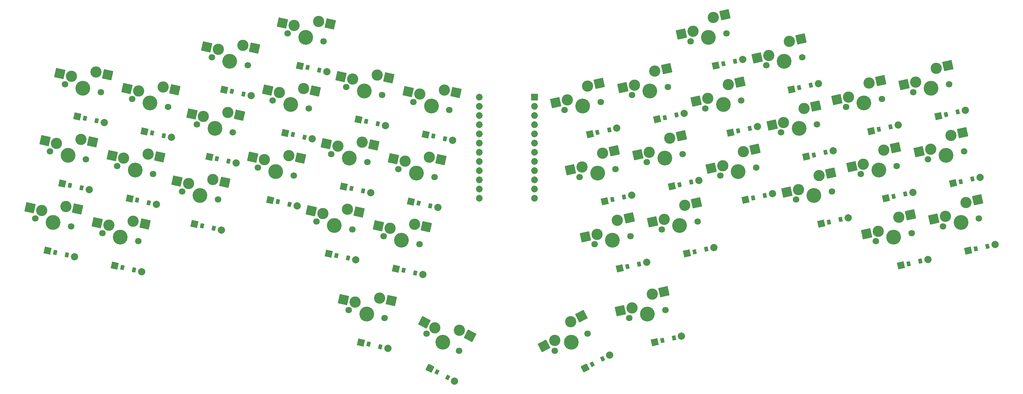
<source format=gbr>
%TF.GenerationSoftware,KiCad,Pcbnew,8.0.7*%
%TF.CreationDate,2025-03-02T16:24:29+01:00*%
%TF.ProjectId,pcb-adjusted,7063622d-6164-46a7-9573-7465642e6b69,v1.0.0*%
%TF.SameCoordinates,Original*%
%TF.FileFunction,Soldermask,Bot*%
%TF.FilePolarity,Negative*%
%FSLAX46Y46*%
G04 Gerber Fmt 4.6, Leading zero omitted, Abs format (unit mm)*
G04 Created by KiCad (PCBNEW 8.0.7) date 2025-03-02 16:24:29*
%MOMM*%
%LPD*%
G01*
G04 APERTURE LIST*
G04 Aperture macros list*
%AMRoundRect*
0 Rectangle with rounded corners*
0 $1 Rounding radius*
0 $2 $3 $4 $5 $6 $7 $8 $9 X,Y pos of 4 corners*
0 Add a 4 corners polygon primitive as box body*
4,1,4,$2,$3,$4,$5,$6,$7,$8,$9,$2,$3,0*
0 Add four circle primitives for the rounded corners*
1,1,$1+$1,$2,$3*
1,1,$1+$1,$4,$5*
1,1,$1+$1,$6,$7*
1,1,$1+$1,$8,$9*
0 Add four rect primitives between the rounded corners*
20,1,$1+$1,$2,$3,$4,$5,0*
20,1,$1+$1,$4,$5,$6,$7,0*
20,1,$1+$1,$6,$7,$8,$9,0*
20,1,$1+$1,$8,$9,$2,$3,0*%
G04 Aperture macros list end*
%ADD10RoundRect,0.050000X-0.675512X-1.060342X1.060342X-0.675512X0.675512X1.060342X-1.060342X0.675512X0*%
%ADD11RoundRect,0.050000X-0.309469X-0.683175X0.569197X-0.488380X0.309469X0.683175X-0.569197X0.488380X0*%
%ADD12C,2.005000*%
%ADD13C,1.801800*%
%ADD14C,3.100000*%
%ADD15C,4.087800*%
%ADD16RoundRect,0.050000X-0.974228X-1.496331X1.515327X-0.944410X0.974228X1.496331X-1.515327X0.944410X0*%
%ADD17RoundRect,0.050000X-1.515327X-0.944410X0.974228X-1.496331X1.515327X0.944410X-0.974228X1.496331X0*%
%ADD18RoundRect,0.050000X-1.060342X-0.675512X0.675512X-1.060342X1.060342X0.675512X-0.675512X1.060342X0*%
%ADD19RoundRect,0.050000X-0.569197X-0.488380X0.309469X-0.683175X0.569197X0.488380X-0.309469X0.683175X0*%
%ADD20RoundRect,0.050000X-0.553753X-1.697493X1.708125X-0.520034X0.553753X1.697493X-1.708125X0.520034X0*%
%ADD21RoundRect,0.050000X-1.199047X-0.378058X0.378058X-1.199047X1.199047X0.378058X-0.378058X1.199047X0*%
%ADD22RoundRect,0.050000X-0.676204X-0.324420X0.122106X-0.739993X0.676204X0.324420X-0.122106X0.739993X0*%
%ADD23RoundRect,0.050000X-1.708125X-0.520034X0.553753X-1.697493X1.708125X0.520034X-0.553753X1.697493X0*%
%ADD24RoundRect,0.050000X-0.378058X-1.199047X1.199047X-0.378058X0.378058X1.199047X-1.199047X0.378058X0*%
%ADD25RoundRect,0.050000X-0.122106X-0.739993X0.676204X-0.324420X0.122106X0.739993X-0.676204X0.324420X0*%
%ADD26RoundRect,0.050000X-0.876300X0.876300X-0.876300X-0.876300X0.876300X-0.876300X0.876300X0.876300X0*%
%ADD27C,1.852600*%
G04 APERTURE END LIST*
D10*
%TO.C,D22*%
X332084436Y-142508981D03*
D11*
X334193235Y-142041466D03*
X337415011Y-141327220D03*
D12*
X339523810Y-140859705D03*
%TD*%
D10*
%TO.C,D23*%
X327972079Y-123959353D03*
D11*
X330080878Y-123491838D03*
X333302654Y-122777592D03*
D12*
X335411453Y-122310077D03*
%TD*%
D13*
%TO.C,S38*%
X224808365Y-122229512D03*
D14*
X225498508Y-119474842D03*
D15*
X229767952Y-121129999D03*
D14*
X231148232Y-115620657D03*
D13*
X234727539Y-120030486D03*
D16*
X222301137Y-120183682D03*
X234371958Y-114905975D03*
%TD*%
D13*
%TO.C,S9*%
X127384200Y-107693426D03*
D14*
X129173852Y-105488512D03*
D15*
X132343783Y-108792939D03*
D14*
X135923090Y-104383112D03*
D13*
X137303366Y-109892452D03*
D17*
X125976481Y-104779672D03*
X139146818Y-105097798D03*
%TD*%
D13*
%TO.C,S2*%
X82709568Y-133639090D03*
D14*
X84499220Y-131434176D03*
D15*
X87669151Y-134738603D03*
D14*
X91248458Y-130328776D03*
D13*
X92628734Y-135838116D03*
D17*
X81301849Y-130725336D03*
X94472186Y-131043462D03*
%TD*%
D10*
%TO.C,D28*%
X291522163Y-135112955D03*
D11*
X293630962Y-134645440D03*
X296852738Y-133931194D03*
D12*
X298961537Y-133463679D03*
%TD*%
D13*
%TO.C,S18*%
X183033071Y-120030482D03*
D14*
X184822723Y-117825568D03*
D15*
X187992654Y-121129995D03*
D14*
X191571961Y-116720168D03*
D13*
X192952237Y-122229508D03*
D17*
X181625352Y-117116728D03*
X194795689Y-117434854D03*
%TD*%
D18*
%TO.C,D10*%
X143503515Y-147116784D03*
D19*
X145612317Y-147584290D03*
X148834091Y-148298544D03*
D12*
X150942893Y-148766050D03*
%TD*%
D13*
%TO.C,S30*%
X267751478Y-140364797D03*
D14*
X268441621Y-137610127D03*
D15*
X272711065Y-139265284D03*
D14*
X274091345Y-133755942D03*
D13*
X277670652Y-138165771D03*
D16*
X265244250Y-138318967D03*
X277315071Y-133041260D03*
%TD*%
D13*
%TO.C,S7*%
X119159497Y-144792682D03*
D14*
X120949149Y-142587768D03*
D15*
X124119080Y-145892195D03*
D14*
X127698387Y-141482368D03*
D13*
X129078663Y-146991708D03*
D17*
X117751778Y-141878928D03*
X130922115Y-142197054D03*
%TD*%
D13*
%TO.C,S6*%
X105371543Y-119201803D03*
D14*
X107161195Y-116996889D03*
D15*
X110331126Y-120301316D03*
D14*
X113910433Y-115891489D03*
D13*
X115290709Y-121400829D03*
D17*
X103963824Y-116288049D03*
X117134161Y-116606175D03*
%TD*%
D18*
%TO.C,D3*%
X90235479Y-124040471D03*
D19*
X92344281Y-124507977D03*
X95566055Y-125222231D03*
D12*
X97674857Y-125689737D03*
%TD*%
D13*
%TO.C,S25*%
X306582237Y-139950463D03*
D14*
X307272380Y-137195793D03*
D15*
X311541824Y-138850950D03*
D14*
X312922104Y-133341608D03*
D13*
X316501411Y-137751437D03*
D16*
X304075009Y-137904633D03*
X316145830Y-132626926D03*
%TD*%
D13*
%TO.C,S34*%
X247470336Y-136666774D03*
D14*
X248160479Y-133912104D03*
D15*
X252429923Y-135567261D03*
D14*
X253810203Y-130057919D03*
D13*
X257389510Y-134467748D03*
D16*
X244963108Y-134620944D03*
X257033929Y-129343237D03*
%TD*%
D10*
%TO.C,D24*%
X317647160Y-165170952D03*
D11*
X319755959Y-164703437D03*
X322977735Y-163989191D03*
D12*
X325086534Y-163521676D03*
%TD*%
D18*
%TO.C,D1*%
X82010778Y-161139712D03*
D19*
X84119580Y-161607218D03*
X87341354Y-162321472D03*
D12*
X89450156Y-162788978D03*
%TD*%
D13*
%TO.C,S19*%
X165165220Y-177526054D03*
D14*
X166954872Y-175321140D03*
D15*
X170124803Y-178625567D03*
D14*
X173704110Y-174215740D03*
D13*
X175084386Y-179725080D03*
D17*
X163757501Y-174612300D03*
X176927838Y-174930426D03*
%TD*%
D18*
%TO.C,D13*%
X159672304Y-161968394D03*
D19*
X161781106Y-162435900D03*
X165002880Y-163150154D03*
D12*
X167111682Y-163617660D03*
%TD*%
D13*
%TO.C,S10*%
X140089950Y-138165768D03*
D14*
X141879602Y-135960854D03*
D15*
X145049533Y-139265281D03*
D14*
X148628840Y-134855454D03*
D13*
X150009116Y-140364794D03*
D17*
X138682231Y-135252014D03*
X151852568Y-135570140D03*
%TD*%
D18*
%TO.C,D17*%
X182334279Y-147531124D03*
D19*
X184443081Y-147998630D03*
X187664855Y-148712884D03*
D12*
X189773657Y-149180390D03*
%TD*%
D13*
%TO.C,S16*%
X174808364Y-157129733D03*
D14*
X176598016Y-154924819D03*
D15*
X179767947Y-158229246D03*
D14*
X183347254Y-153819419D03*
D13*
X184727530Y-159328759D03*
D17*
X173400645Y-154215979D03*
X186570982Y-154534105D03*
%TD*%
D13*
%TO.C,S40*%
X222088277Y-188768637D03*
D14*
X222041938Y-185929209D03*
D15*
X226594291Y-186422954D03*
D14*
X226501618Y-180744097D03*
D13*
X231100305Y-184077271D03*
D20*
X219136977Y-187441435D03*
X229430525Y-179219403D03*
%TD*%
D18*
%TO.C,D2*%
X86123124Y-142590099D03*
D19*
X88231926Y-143057605D03*
X91453700Y-143771859D03*
D12*
X93562502Y-144239365D03*
%TD*%
D10*
%TO.C,D33*%
X258535249Y-161887276D03*
D11*
X260644048Y-161419761D03*
X263865824Y-160705515D03*
D12*
X265974623Y-160238000D03*
%TD*%
D13*
%TO.C,S13*%
X156258739Y-153017377D03*
D14*
X158048391Y-150812463D03*
D15*
X161218322Y-154116890D03*
D14*
X164797629Y-149707063D03*
D13*
X166177905Y-155216403D03*
D17*
X154851020Y-150103623D03*
X168021357Y-150421749D03*
%TD*%
D21*
%TO.C,D20*%
X187640858Y-193606774D03*
D22*
X189556802Y-194604151D03*
X192483934Y-196127919D03*
D12*
X194399878Y-197125296D03*
%TD*%
D13*
%TO.C,S35*%
X243357990Y-118117154D03*
D14*
X244048133Y-115362484D03*
D15*
X248317577Y-117017641D03*
D14*
X249697857Y-111508299D03*
D13*
X253277164Y-115918128D03*
D16*
X240850762Y-116071324D03*
X252921583Y-110793617D03*
%TD*%
D13*
%TO.C,S31*%
X263639127Y-121815178D03*
D14*
X264329270Y-119060508D03*
D15*
X268598714Y-120715665D03*
D14*
X269978994Y-115206323D03*
D13*
X273558301Y-119616152D03*
D16*
X261131899Y-119769348D03*
X273202720Y-114491641D03*
%TD*%
D13*
%TO.C,S29*%
X280457231Y-109892456D03*
D14*
X281147374Y-107137786D03*
D15*
X285416818Y-108792943D03*
D14*
X286797098Y-103283601D03*
D13*
X290376405Y-107693430D03*
D16*
X277950003Y-107846626D03*
X290020824Y-102568919D03*
%TD*%
D10*
%TO.C,D27*%
X295634508Y-153662575D03*
D11*
X297743307Y-153195060D03*
X300965083Y-152480814D03*
D12*
X303073882Y-152013299D03*
%TD*%
D18*
%TO.C,D11*%
X147615870Y-128567155D03*
D19*
X149724672Y-129034661D03*
X152946446Y-129748915D03*
D12*
X155055248Y-130216421D03*
%TD*%
D10*
%TO.C,D32*%
X266479345Y-109936423D03*
D11*
X268588144Y-109468908D03*
X271809920Y-108754662D03*
D12*
X273918719Y-108287147D03*
%TD*%
D10*
%TO.C,D38*%
X231760927Y-128900375D03*
D11*
X233869726Y-128432860D03*
X237091502Y-127718614D03*
D12*
X239200301Y-127251099D03*
%TD*%
D13*
%TO.C,S28*%
X284569591Y-128442070D03*
D14*
X285259734Y-125687400D03*
D15*
X289529178Y-127342557D03*
D14*
X290909458Y-121833215D03*
D13*
X294488765Y-126243044D03*
D16*
X282062363Y-126396240D03*
X294133184Y-121118533D03*
%TD*%
D18*
%TO.C,D12*%
X151728215Y-110017534D03*
D19*
X153837017Y-110485040D03*
X157058791Y-111199294D03*
D12*
X159167593Y-111666800D03*
%TD*%
D13*
%TO.C,S37*%
X228920717Y-140779140D03*
D14*
X229610860Y-138024470D03*
D15*
X233880304Y-139679627D03*
D14*
X235260584Y-134170285D03*
D13*
X238839891Y-138580114D03*
D16*
X226413489Y-138733310D03*
X238484310Y-133455603D03*
%TD*%
D10*
%TO.C,D26*%
X309422452Y-128071708D03*
D11*
X311531251Y-127604193D03*
X314753027Y-126889947D03*
D12*
X316861826Y-126422432D03*
%TD*%
D18*
%TO.C,D7*%
X122573052Y-153743683D03*
D19*
X124681854Y-154211189D03*
X127903628Y-154925443D03*
D12*
X130012430Y-155392949D03*
%TD*%
D18*
%TO.C,D8*%
X126685411Y-135194064D03*
D19*
X128794213Y-135661570D03*
X132015987Y-136375824D03*
D12*
X134124789Y-136843330D03*
%TD*%
D13*
%TO.C,S21*%
X329244221Y-154387731D03*
D14*
X329934364Y-151633061D03*
D15*
X334203808Y-153288218D03*
D14*
X335584088Y-147778876D03*
D13*
X339163395Y-152188705D03*
D16*
X326736993Y-152341901D03*
X338807814Y-147064194D03*
%TD*%
D13*
%TO.C,S15*%
X164483445Y-115918128D03*
D14*
X166273097Y-113713214D03*
D15*
X169443028Y-117017641D03*
D14*
X173022335Y-112607814D03*
D13*
X174402611Y-118117154D03*
D17*
X163075726Y-113004374D03*
X176246063Y-113322500D03*
%TD*%
D10*
%TO.C,D37*%
X235873284Y-147450012D03*
D11*
X237982083Y-146982497D03*
X241203859Y-146268251D03*
D12*
X243312658Y-145800736D03*
%TD*%
D10*
%TO.C,D34*%
X254422902Y-143337650D03*
D11*
X256531701Y-142870135D03*
X259753477Y-142155889D03*
D12*
X261862276Y-141688374D03*
%TD*%
D18*
%TO.C,D16*%
X178221930Y-166080742D03*
D19*
X180330732Y-166548248D03*
X183552506Y-167262502D03*
D12*
X185661308Y-167730008D03*
%TD*%
D18*
%TO.C,D18*%
X186446633Y-128981494D03*
D19*
X188555435Y-129449000D03*
X191777209Y-130163254D03*
D12*
X193886011Y-130630760D03*
%TD*%
D13*
%TO.C,S32*%
X259526772Y-103265548D03*
D14*
X260216915Y-100510878D03*
D15*
X264486359Y-102166035D03*
D14*
X265866639Y-96656693D03*
D13*
X269445946Y-101066522D03*
D16*
X257019544Y-101219718D03*
X269090365Y-95942011D03*
%TD*%
D13*
%TO.C,S20*%
X186660305Y-184077269D03*
D14*
X188959650Y-182410682D03*
D15*
X191166320Y-186422951D03*
D14*
X195765009Y-183089777D03*
D13*
X195672335Y-188768633D03*
D23*
X186054692Y-180898450D03*
X198693921Y-184614473D03*
%TD*%
D10*
%TO.C,D21*%
X336196778Y-161058606D03*
D11*
X338305577Y-160591091D03*
X341527353Y-159876845D03*
D12*
X343636152Y-159409330D03*
%TD*%
D10*
%TO.C,D39*%
X249628779Y-186395939D03*
D11*
X251737578Y-185928424D03*
X254959354Y-185214178D03*
D12*
X257068153Y-184746663D03*
%TD*%
D13*
%TO.C,S26*%
X302469894Y-121400840D03*
D14*
X303160037Y-118646170D03*
D15*
X307429481Y-120301327D03*
D14*
X308809761Y-114791985D03*
D13*
X312389068Y-119201814D03*
D16*
X299962666Y-119355010D03*
X312033487Y-114077303D03*
%TD*%
D13*
%TO.C,S22*%
X325131869Y-135838107D03*
D14*
X325822012Y-133083437D03*
D15*
X330091456Y-134738594D03*
D14*
X331471736Y-129229252D03*
D13*
X335051043Y-133639081D03*
D16*
X322624641Y-133792277D03*
X334695462Y-128514570D03*
%TD*%
D13*
%TO.C,S11*%
X144202308Y-119616151D03*
D14*
X145991960Y-117411237D03*
D15*
X149161891Y-120715664D03*
D14*
X152741198Y-116305837D03*
D13*
X154121474Y-121815177D03*
D17*
X142794589Y-116702397D03*
X155964926Y-117020523D03*
%TD*%
D13*
%TO.C,S1*%
X78597217Y-152188703D03*
D14*
X80386869Y-149983789D03*
D15*
X83556800Y-153288216D03*
D14*
X87136107Y-148878389D03*
D13*
X88516383Y-154387729D03*
D17*
X77189498Y-149274949D03*
X90359835Y-149593075D03*
%TD*%
D18*
%TO.C,D9*%
X130797762Y-116644433D03*
D19*
X132906564Y-117111939D03*
X136128338Y-117826193D03*
D12*
X138237140Y-118293699D03*
%TD*%
D13*
%TO.C,S27*%
X288681935Y-146991705D03*
D14*
X289372078Y-144237035D03*
D15*
X293641522Y-145892192D03*
D14*
X295021802Y-140382850D03*
D13*
X298601109Y-144792679D03*
D16*
X286174707Y-144945875D03*
X298245528Y-139668168D03*
%TD*%
D18*
%TO.C,D15*%
X167897010Y-124869139D03*
D19*
X170005812Y-125336645D03*
X173227586Y-126050899D03*
D12*
X175336388Y-126518405D03*
%TD*%
D13*
%TO.C,S12*%
X148314654Y-101066517D03*
D14*
X150104306Y-98861603D03*
D15*
X153274237Y-102166030D03*
D14*
X156853544Y-97756203D03*
D13*
X158233820Y-103265543D03*
D17*
X146906935Y-98152763D03*
X160077272Y-98470889D03*
%TD*%
D18*
%TO.C,D4*%
X100560393Y-165252068D03*
D19*
X102669195Y-165719574D03*
X105890969Y-166433828D03*
D12*
X107999771Y-166901334D03*
%TD*%
D10*
%TO.C,D35*%
X250310559Y-124788028D03*
D11*
X252419358Y-124320513D03*
X255641134Y-123606267D03*
D12*
X257749933Y-123138752D03*
%TD*%
D24*
%TO.C,D40*%
X230452824Y-193520260D03*
D25*
X232368768Y-192522883D03*
X235295900Y-190999115D03*
D12*
X237211844Y-190001738D03*
%TD*%
D13*
%TO.C,S33*%
X251582691Y-155216411D03*
D14*
X252272834Y-152461741D03*
D15*
X256542278Y-154116898D03*
D14*
X257922558Y-148607556D03*
D13*
X261501865Y-153017385D03*
D16*
X249075463Y-153170581D03*
X261146284Y-147892874D03*
%TD*%
D13*
%TO.C,S8*%
X123271845Y-126243040D03*
D14*
X125061497Y-124038126D03*
D15*
X128231428Y-127342553D03*
D14*
X131810735Y-122932726D03*
D13*
X133191011Y-128442066D03*
D17*
X121864126Y-123329286D03*
X135034463Y-123647412D03*
%TD*%
D18*
%TO.C,D6*%
X108785106Y-128152817D03*
D19*
X110893908Y-128620323D03*
X114115682Y-129334577D03*
D12*
X116224484Y-129802083D03*
%TD*%
D18*
%TO.C,D19*%
X168578765Y-186477048D03*
D19*
X170687567Y-186944554D03*
X173909341Y-187658808D03*
D12*
X176018143Y-188126314D03*
%TD*%
D13*
%TO.C,S4*%
X97146829Y-156301058D03*
D14*
X98936481Y-154096144D03*
D15*
X102106412Y-157400571D03*
D14*
X105685719Y-152990744D03*
D13*
X107065995Y-158500084D03*
D17*
X95739110Y-153387304D03*
X108909447Y-153705430D03*
%TD*%
D18*
%TO.C,D5*%
X104672742Y-146702438D03*
D19*
X106781544Y-147169944D03*
X110003318Y-147884198D03*
D12*
X112112120Y-148351704D03*
%TD*%
D13*
%TO.C,S17*%
X178920716Y-138580102D03*
D14*
X180710368Y-136375188D03*
D15*
X183880299Y-139679615D03*
D14*
X187459606Y-135269788D03*
D13*
X188839882Y-140779128D03*
D17*
X177512997Y-135666348D03*
X190683334Y-135984474D03*
%TD*%
D13*
%TO.C,S14*%
X160371094Y-134467761D03*
D14*
X162160746Y-132262847D03*
D15*
X165330677Y-135567274D03*
D14*
X168909984Y-131157447D03*
D13*
X170290260Y-136666787D03*
D17*
X158963375Y-131554007D03*
X172133712Y-131872133D03*
%TD*%
D13*
%TO.C,S3*%
X86821910Y-115089455D03*
D14*
X88611562Y-112884541D03*
D15*
X91781493Y-116188968D03*
D14*
X95360800Y-111779141D03*
D13*
X96741076Y-117288481D03*
D17*
X85414191Y-112175701D03*
X98584528Y-112493827D03*
%TD*%
D10*
%TO.C,D30*%
X274704043Y-147035667D03*
D11*
X276812842Y-146568152D03*
X280034618Y-145853906D03*
D12*
X282143417Y-145386391D03*
%TD*%
D13*
%TO.C,S5*%
X101259194Y-137751442D03*
D14*
X103048846Y-135546528D03*
D15*
X106218777Y-138850955D03*
D14*
X109798084Y-134441128D03*
D13*
X111178360Y-139950468D03*
D17*
X99851475Y-134837688D03*
X113021812Y-135155814D03*
%TD*%
D13*
%TO.C,S36*%
X233033056Y-159328755D03*
D14*
X233723199Y-156574085D03*
D15*
X237992643Y-158229242D03*
D14*
X239372923Y-152719900D03*
D13*
X242952230Y-157129729D03*
D16*
X230525828Y-157282925D03*
X242596649Y-152005218D03*
%TD*%
D13*
%TO.C,S39*%
X242676226Y-179725074D03*
D14*
X243366369Y-176970404D03*
D15*
X247635813Y-178625561D03*
D14*
X249016093Y-173116219D03*
D13*
X252595400Y-177526048D03*
D16*
X240168998Y-177679244D03*
X252239819Y-172401537D03*
%TD*%
D18*
%TO.C,D14*%
X163784657Y-143418765D03*
D19*
X165893459Y-143886271D03*
X169115233Y-144600525D03*
D12*
X171224035Y-145068031D03*
%TD*%
D10*
%TO.C,D25*%
X313534808Y-146621335D03*
D11*
X315643607Y-146153820D03*
X318865383Y-145439574D03*
D12*
X320974182Y-144972059D03*
%TD*%
D13*
%TO.C,S24*%
X310694597Y-158500075D03*
D14*
X311384740Y-155745405D03*
D15*
X315654184Y-157400562D03*
D14*
X317034464Y-151891220D03*
D13*
X320613771Y-156301049D03*
D16*
X308187369Y-156454245D03*
X320258190Y-151176538D03*
%TD*%
D10*
%TO.C,D31*%
X270591692Y-128486048D03*
D11*
X272700491Y-128018533D03*
X275922267Y-127304287D03*
D12*
X278031066Y-126836772D03*
%TD*%
D10*
%TO.C,D29*%
X287409797Y-116563326D03*
D11*
X289518596Y-116095811D03*
X292740372Y-115381565D03*
D12*
X294849171Y-114914050D03*
%TD*%
D13*
%TO.C,S23*%
X321019521Y-117288482D03*
D14*
X321709664Y-114533812D03*
D15*
X325979108Y-116188969D03*
D14*
X327359388Y-110679627D03*
D13*
X330938695Y-115089456D03*
D16*
X318512293Y-115242652D03*
X330583114Y-109964945D03*
%TD*%
D10*
%TO.C,D36*%
X239985624Y-165999623D03*
D11*
X242094423Y-165532108D03*
X245316199Y-164817862D03*
D12*
X247424998Y-164350347D03*
%TD*%
D26*
%TO.C,MCU1*%
X216500300Y-118659992D03*
D27*
X216500298Y-121199993D03*
X216500301Y-123739998D03*
X216500300Y-126279994D03*
X216500301Y-128819995D03*
X216500302Y-131359994D03*
X216500300Y-133899993D03*
X216500300Y-136439995D03*
X216500300Y-138979994D03*
X216500300Y-141519994D03*
X216500300Y-144059994D03*
X216500301Y-146599995D03*
X201260299Y-118659993D03*
X201260300Y-121199994D03*
X201260300Y-123739994D03*
X201260300Y-126279994D03*
X201260300Y-128819993D03*
X201260300Y-131359995D03*
X201260298Y-133899994D03*
X201260299Y-136439993D03*
X201260300Y-138979994D03*
X201260299Y-141519990D03*
X201260302Y-144059995D03*
X201260300Y-146599996D03*
%TD*%
M02*

</source>
